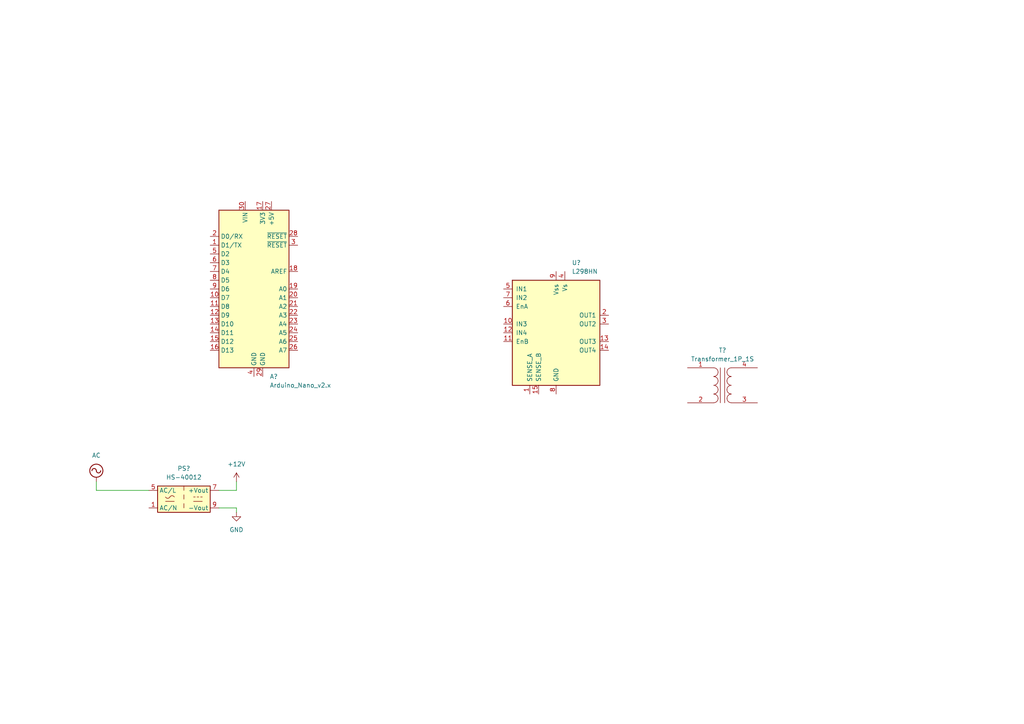
<source format=kicad_sch>
(kicad_sch (version 20211123) (generator eeschema)
  (paper "A4")
  (lib_symbols
    (symbol "Converter_ACDC:HS-40012"
      (property "Reference" "PS" (at 0 5.08 0))
      (property "Value" "HS-40012" (at 0 -5.08 0))
      (symbol "HS-40012_0_1"
        (rectangle (start -7.62 3.81) (end 7.62 -3.81) (stroke (width 0.254)) (fill (type background)))
        (arc (start -5.334 0.635) (mid -4.699 0.2495) (end -4.064 0.635))
        (arc (start -2.794 0.635) (mid -3.429 1.0072) (end -4.064 0.635))
        (polyline (pts (xy -5.334 -0.635) (xy -2.794 -0.635)))
        (polyline (pts (xy 2.794 -0.635) (xy 5.334 -0.635)))
        (polyline (pts (xy 2.794 0.635) (xy 3.302 0.635)))
        (polyline (pts (xy 3.81 0.635) (xy 4.318 0.635)))
        (polyline (pts (xy 4.826 0.635) (xy 5.334 0.635)))
      )
      (symbol "HS-40012_1_1"
        (polyline (pts (xy 0 -1.27) (xy 0 -2.54)))
        (polyline (pts (xy 0 1.27) (xy 0 0)))
        (polyline (pts (xy 0 3.81) (xy 0 2.54)))
        (pin power_in line (at -10.16 -2.54 0) (length 2.54) (name "AC/N") (number "1"))
        (pin power_in line (at -10.16 2.54 0) (length 2.54) (name "AC/L") (number "5"))
        (pin power_out line (at 10.16 2.54 180) (length 2.54) (name "+Vout") (number "7"))
        (pin power_out line (at 10.16 -2.54 180) (length 2.54) (name "-Vout") (number "9"))
      )
    )
    (symbol "Device:Transformer_1P_1S" (pin_names (offset 1.016) hide)
      (property "Reference" "T" (at 0 6.35 0))
      (property "Value" "Transformer_1P_1S" (at 0 -7.62 0))
      (symbol "Transformer_1P_1S_0_1"
        (arc (start -2.54 -5.0546) (mid -1.6599 -4.6901) (end -1.27 -3.81))
        (arc (start -2.54 -2.5146) (mid -1.6599 -2.1501) (end -1.27 -1.27))
        (arc (start -2.54 0.0254) (mid -1.6599 0.3899) (end -1.27 1.27))
        (arc (start -2.54 2.5654) (mid -1.6599 2.9299) (end -1.27 3.81))
        (arc (start -1.27 -3.81) (mid -1.642 -2.912) (end -2.54 -2.54))
        (arc (start -1.27 -1.27) (mid -1.642 -0.372) (end -2.54 0))
        (arc (start -1.27 1.27) (mid -1.642 2.168) (end -2.54 2.54))
        (arc (start -1.27 3.81) (mid -1.642 4.708) (end -2.54 5.08))
        (polyline (pts (xy -0.635 5.08) (xy -0.635 -5.08)))
        (polyline (pts (xy 0.635 -5.08) (xy 0.635 5.08)))
        (arc (start 1.2954 -1.27) (mid 1.6599 -2.1501) (end 2.54 -2.5146))
        (arc (start 1.2954 1.27) (mid 1.6599 0.3899) (end 2.54 0.0254))
        (arc (start 1.2954 3.81) (mid 1.6599 2.9299) (end 2.54 2.5654))
        (arc (start 1.3208 -3.81) (mid 1.6853 -4.6901) (end 2.5654 -5.0546))
        (arc (start 2.54 0) (mid 1.642 -0.372) (end 1.2954 -1.27))
        (arc (start 2.54 2.54) (mid 1.642 2.168) (end 1.2954 1.27))
        (arc (start 2.54 5.08) (mid 1.642 4.708) (end 1.2954 3.81))
        (arc (start 2.5654 -2.54) (mid 1.6674 -2.912) (end 1.3208 -3.81))
      )
      (symbol "Transformer_1P_1S_1_1"
        (pin passive line (at -10.16 5.08 0) (length 7.62) (name "AA") (number "1"))
        (pin passive line (at -10.16 -5.08 0) (length 7.62) (name "AB") (number "2"))
        (pin passive line (at 10.16 -5.08 180) (length 7.62) (name "SA") (number "3"))
        (pin passive line (at 10.16 5.08 180) (length 7.62) (name "SB") (number "4"))
      )
    )
    (symbol "Driver_Motor:L298HN" (pin_names (offset 1.016))
      (property "Reference" "U" (at -10.16 16.51 0))
      (property "Value" "L298HN" (at 12.7 16.51 0))
      (symbol "L298HN_0_1"
        (rectangle (start -12.7 15.24) (end 12.7 -15.24) (stroke (width 0.254)) (fill (type background)))
      )
      (symbol "L298HN_1_1"
        (pin power_in line (at -7.62 -17.78 90) (length 2.54) (name "SENSE_A") (number "1"))
        (pin input line (at -15.24 2.54 0) (length 2.54) (name "IN3") (number "10"))
        (pin input line (at -15.24 -2.54 0) (length 2.54) (name "EnB") (number "11"))
        (pin input line (at -15.24 0 0) (length 2.54) (name "IN4") (number "12"))
        (pin output line (at 15.24 -2.54 180) (length 2.54) (name "OUT3") (number "13"))
        (pin output line (at 15.24 -5.08 180) (length 2.54) (name "OUT4") (number "14"))
        (pin power_in line (at -5.08 -17.78 90) (length 2.54) (name "SENSE_B") (number "15"))
        (pin output line (at 15.24 5.08 180) (length 2.54) (name "OUT1") (number "2"))
        (pin output line (at 15.24 2.54 180) (length 2.54) (name "OUT2") (number "3"))
        (pin power_in line (at 2.54 17.78 270) (length 2.54) (name "Vs") (number "4"))
        (pin input line (at -15.24 12.7 0) (length 2.54) (name "IN1") (number "5"))
        (pin input line (at -15.24 7.62 0) (length 2.54) (name "EnA") (number "6"))
        (pin input line (at -15.24 10.16 0) (length 2.54) (name "IN2") (number "7"))
        (pin power_in line (at 0 -17.78 90) (length 2.54) (name "GND") (number "8"))
        (pin power_in line (at 0 17.78 270) (length 2.54) (name "Vss") (number "9"))
      )
    )
    (symbol "MCU_Module:Arduino_Nano_v2.x"
      (property "Reference" "A" (at -10.16 23.495 0))
      (property "Value" "Arduino_Nano_v2.x" (at 5.08 -24.13 0))
      (symbol "Arduino_Nano_v2.x_0_1"
        (rectangle (start -10.16 22.86) (end 10.16 -22.86) (stroke (width 0.254)) (fill (type background)))
      )
      (symbol "Arduino_Nano_v2.x_1_1"
        (pin bidirectional line (at -12.7 12.7 0) (length 2.54) (name "D1/TX") (number "1"))
        (pin bidirectional line (at -12.7 -2.54 0) (length 2.54) (name "D7") (number "10"))
        (pin bidirectional line (at -12.7 -5.08 0) (length 2.54) (name "D8") (number "11"))
        (pin bidirectional line (at -12.7 -7.62 0) (length 2.54) (name "D9") (number "12"))
        (pin bidirectional line (at -12.7 -10.16 0) (length 2.54) (name "D10") (number "13"))
        (pin bidirectional line (at -12.7 -12.7 0) (length 2.54) (name "D11") (number "14"))
        (pin bidirectional line (at -12.7 -15.24 0) (length 2.54) (name "D12") (number "15"))
        (pin bidirectional line (at -12.7 -17.78 0) (length 2.54) (name "D13") (number "16"))
        (pin power_out line (at 2.54 25.4 270) (length 2.54) (name "3V3") (number "17"))
        (pin input line (at 12.7 5.08 180) (length 2.54) (name "AREF") (number "18"))
        (pin bidirectional line (at 12.7 0 180) (length 2.54) (name "A0") (number "19"))
        (pin bidirectional line (at -12.7 15.24 0) (length 2.54) (name "D0/RX") (number "2"))
        (pin bidirectional line (at 12.7 -2.54 180) (length 2.54) (name "A1") (number "20"))
        (pin bidirectional line (at 12.7 -5.08 180) (length 2.54) (name "A2") (number "21"))
        (pin bidirectional line (at 12.7 -7.62 180) (length 2.54) (name "A3") (number "22"))
        (pin bidirectional line (at 12.7 -10.16 180) (length 2.54) (name "A4") (number "23"))
        (pin bidirectional line (at 12.7 -12.7 180) (length 2.54) (name "A5") (number "24"))
        (pin bidirectional line (at 12.7 -15.24 180) (length 2.54) (name "A6") (number "25"))
        (pin bidirectional line (at 12.7 -17.78 180) (length 2.54) (name "A7") (number "26"))
        (pin power_out line (at 5.08 25.4 270) (length 2.54) (name "+5V") (number "27"))
        (pin input line (at 12.7 15.24 180) (length 2.54) (name "~{RESET}") (number "28"))
        (pin power_in line (at 2.54 -25.4 90) (length 2.54) (name "GND") (number "29"))
        (pin input line (at 12.7 12.7 180) (length 2.54) (name "~{RESET}") (number "3"))
        (pin power_in line (at -2.54 25.4 270) (length 2.54) (name "VIN") (number "30"))
        (pin power_in line (at 0 -25.4 90) (length 2.54) (name "GND") (number "4"))
        (pin bidirectional line (at -12.7 10.16 0) (length 2.54) (name "D2") (number "5"))
        (pin bidirectional line (at -12.7 7.62 0) (length 2.54) (name "D3") (number "6"))
        (pin bidirectional line (at -12.7 5.08 0) (length 2.54) (name "D4") (number "7"))
        (pin bidirectional line (at -12.7 2.54 0) (length 2.54) (name "D5") (number "8"))
        (pin bidirectional line (at -12.7 0 0) (length 2.54) (name "D6") (number "9"))
      )
    )
    (symbol "power:+12V" (power) (pin_names (offset 0))
      (property "Value" "+12V" (at 0 3.556 0))
      (symbol "+12V_0_1"
        (polyline (pts (xy -0.762 1.27) (xy 0 2.54)))
        (polyline (pts (xy 0 0) (xy 0 2.54)))
        (polyline (pts (xy 0 2.54) (xy 0.762 1.27)))
      )
      (symbol "+12V_1_1"
        (pin power_in line (at 0 0 90) (length 0) hide (name "+12V") (number "1"))
      )
    )
    (symbol "power:AC" (power) (pin_names (offset 0))
      (property "Value" "AC" (at 0 6.35 0))
      (symbol "AC_0_1"
        (polyline (pts (xy 0 0) (xy 0 1.27)))
        (arc (start 0 3.175) (mid -0.635 3.81) (end -1.27 3.175) (stroke (width 0.254)))
        (arc (start 0 3.175) (mid 0.635 2.54) (end 1.27 3.175) (stroke (width 0.254)))
        (circle (center 0 3.175) (radius 1.905) (stroke (width 0.254)))
      )
      (symbol "AC_1_1"
        (pin power_in line (at 0 0 90) (length 0) hide (name "AC") (number "1"))
      )
    )
    (symbol "power:GND" (power) (pin_names (offset 0))
      (property "Value" "GND" (at 0 -3.81 0))
      (symbol "GND_0_1"
        (polyline (pts (xy 0 0) (xy 0 -1.27) (xy 1.27 -1.27) (xy 0 -2.54) (xy -1.27 -1.27) (xy 0 -1.27)))
      )
      (symbol "GND_1_1"
        (pin power_in line (at 0 0 270) (length 0) hide (name "GND") (number "1"))
      )
    )
  )
  (wire (pts (xy 27.94 139.7) (xy 27.94 142.24)))
  (wire (pts (xy 68.58 142.24) (xy 63.5 142.24)))
  (wire (pts (xy 63.5 147.32) (xy 68.58 147.32)))
  (wire (pts (xy 27.94 142.24) (xy 43.18 142.24)))
  (wire (pts (xy 68.58 147.32) (xy 68.58 148.59)))
  (wire (pts (xy 68.58 139.7) (xy 68.58 142.24)))
  (symbol (lib_id "power:AC") (at 27.94 139.7 0) (unit 1)
    (property "Reference" "#PWR?" (effects hide))
    (property "Value" "AC" (at 27.94 132.08 0))
  )
  (symbol (lib_id "Device:Transformer_1P_1S") (at 209.55 111.76 0) (unit 1)
    (property "Reference" "T?" (at 209.5627 101.6 0))
    (property "Value" "Transformer_1P_1S" (at 209.5627 104.14 0))
  )
  (symbol (lib_id "power:GND") (at 68.58 148.59 0) (unit 1)
    (property "Reference" "#PWR?" (effects hide))
    (property "Value" "GND" (at 68.58 153.67 0))
  )
  (symbol (lib_id "power:+12V") (at 68.58 139.7 0) (unit 1)
    (property "Reference" "#PWR?" (effects hide))
    (property "Value" "+12V" (at 68.58 134.62 0))
  )
  (symbol (lib_id "MCU_Module:Arduino_Nano_v2.x") (at 73.66 83.82 0) (unit 1)
    (property "Reference" "A?" (at 78.2194 109.22 0) (effects (justify left)))
    (property "Value" "Arduino_Nano_v2.x" (at 78.2194 111.76 0) (effects (justify left)))
    (property "Footprint" "Module:Arduino_Nano" (effects hide))
    (property "Datasheet" "https://www.arduino.cc/en/uploads/Main/ArduinoNanoManual23.pdf" (effects hide))
  )
  (symbol (lib_id "Driver_Motor:L298HN") (at 161.29 96.52 0) (unit 1)
    (property "Reference" "U?" (at 165.8494 76.2 0) (effects (justify left)))
    (property "Value" "L298HN" (at 165.8494 78.74 0) (effects (justify left)))
    (property "Footprint" "Package_TO_SOT_THT:TO-220-15_P2.54x2.54mm_StaggerOdd_Lead5.84mm_TabDown" (effects hide))
    (property "Datasheet" "http://www.st.com/st-web-ui/static/active/en/resource/technical/document/datasheet/CD00000240.pdf" (effects hide))
  )
  (symbol (lib_id "Converter_ACDC:HS-40012") (at 53.34 144.78 0) (unit 1)
    (property "Reference" "PS?" (at 53.34 135.89 0))
    (property "Value" "HS-40012" (at 53.34 138.43 0))
    (property "Footprint" "Converter_ACDC:Converter_ACDC_Hahn_HS-400xx_THT" (effects hide))
    (property "Datasheet" "http://www.tme.eu/de/Document/221b247820f4fbb72e0cbc1ee10acb85/HS40012.pdf" (effects hide))
  )
)
</source>
